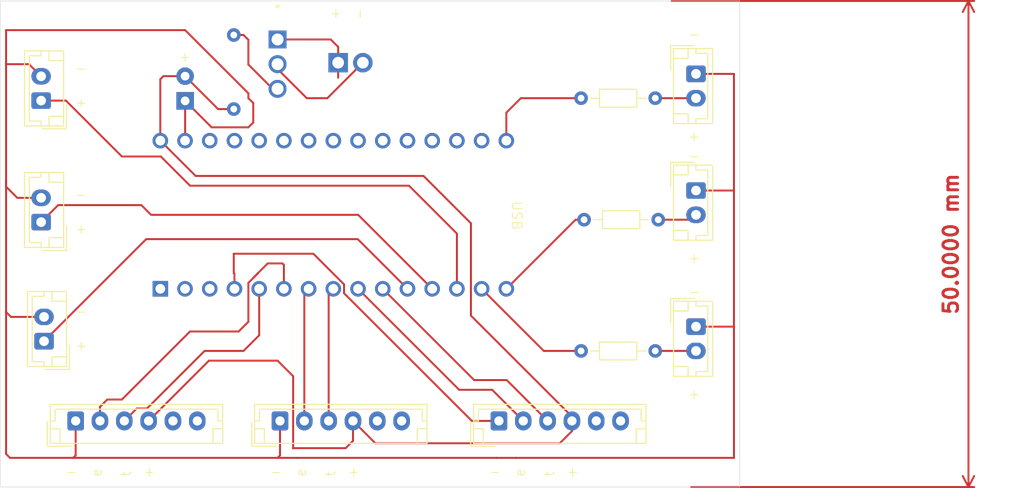
<source format=kicad_pcb>
(kicad_pcb (version 20241010) (generator "pcbnew") (generator_version "8.99")
  (layers (0 "F.Cu" signal) (2 "B.Cu" signal) (13 "F.Paste" user) (15 "B.Paste" user) (5 "F.SilkS" user "F.Silkscreen") (7 "B.SilkS" user "B.Silkscreen") (1 "F.Mask" user) (3 "B.Mask" user) (25 "Edge.Cuts" user))
  (net 0 "")
  (net 2 "Net-(A1-D5)")
  (net 4 "Net-(A1-D2)")
  (net 8 "Net-(A1-D10)")
  (net 9 "Net-(A1-D12)")
  (net 11 "Net-(A1-D8)")
  (net 13 "+5V")
  (net 15 "Net-(A1-D6)")
  (net 18 "Net-(A1-D4)")
  (net 19 "Net-(A1-D3)")
  (net 21 "Net-(A1-D7)")
  (net 22 "Net-(A1-D11)")
  (net 24 "GND")
  (net 27 "Net-(A1-D9)")
  (net 29 "Net-(A1-D13)")
  (net 30 "Net-(J5-Pin_2)")
  (net 31 "Net-(J6-Pin_2)")
  (net 32 "Net-(J7-Pin_2)")
  (net 33 "Net-(J2-Pin_2)")
  (net 34 "Net-(J2-Pin_1)")
  (net 35 "Net-(Q1-S)")
  (footprint "Resistor_THT:R_Axial_DIN0204_L3.6mm_D1.6mm_P7.62mm_Horizontal" (layer "F.Cu") (at 209.69 62)
    (property "Reference" "R1" (hide yes))
    (property "Value" "R")
    (fp_line (start 0.94 0) (end 1.89 0) (stroke (width 0.12)) (layer "F.SilkS"))
    (fp_line (start 1.89 -0.92) (end 1.89 0.92) (stroke (width 0.12)) (layer "F.SilkS"))
    (fp_line (start 1.89 0.92) (end 5.73 0.92) (stroke (width 0.12)) (layer "F.SilkS"))
    (fp_line (start 5.73 -0.92) (end 1.89 -0.92) (stroke (width 0.12)) (layer "F.SilkS"))
    (fp_line (start 5.73 0.92) (end 5.73 -0.92) (stroke (width 0.12)) (layer "F.SilkS"))
    (fp_line (start 6.68 0) (end 5.73 0) (stroke (width 0.12)) (layer "F.SilkS"))
    (pad "1" thru_hole circle (at 0 0) (size 1.4 1.4) (drill 0.7) (layers "*.Cu" "*.Mask") (net 29 "Net-(A1-D13)"))
    (pad "2" thru_hole oval (at 7.62 0) (size 1.4 1.4) (drill 0.7) (layers "*.Cu" "*.Mask") (net 30 "Net-(J5-Pin_2)"))
  )
  (footprint "pfet:TO254P1054X469X1930-3" (layer "F.Cu") (at 179.3105 58.5 -90)
    (property "Reference" "Q1" (hide yes))
    (property "Value" "PMOS" (hide yes))
    (fp_circle (center -5.94 0.8105) (end -5.84 0.8105) (stroke (width 0.2)) (fill none) (layer "F.SilkS"))
    (pad "1" thru_hole rect (at -2.54 0.8105 270) (size 1.845 1.845) (drill 1.23) (layers "*.Cu" "*.Mask") (net 34 "Net-(J2-Pin_1)"))
    (pad "2" thru_hole circle (at 0 0.8105 270) (size 1.845 1.845) (drill 1.23) (layers "*.Cu" "*.Mask") (net 33 "Net-(J2-Pin_2)"))
    (pad "3" thru_hole circle (at 2.54 0.8105 270) (size 1.845 1.845) (drill 1.23) (layers "*.Cu" "*.Mask") (net 35 "Net-(Q1-S)"))
  )
  (footprint "Connector_JST:JST_EH_B2B-EH-A_1x02_P2.50mm_Vertical" (layer "F.Cu") (at 154.2 62.25 90)
    (property "Reference" "J1" (hide yes))
    (property "Value" "Conn_01x02_Pin" (hide yes))
    (fp_line (start 5.11 -1.71) (end -2.61 -1.71) (stroke (width 0.12)) (layer "F.SilkS"))
    (fp_line (start -2.61 -1.71) (end -2.61 2.31) (stroke (width 0.12)) (layer "F.SilkS"))
    (fp_line (start 4.61 -1.21) (end 4.61 0) (stroke (width 0.12)) (layer "F.SilkS"))
    (fp_line (start -2.11 -1.21) (end 4.61 -1.21) (stroke (width 0.12)) (layer "F.SilkS"))
    (fp_line (start 4.61 0) (end 5.11 0) (stroke (width 0.12)) (layer "F.SilkS"))
    (fp_line (start -2.11 0) (end -2.11 -1.21) (stroke (width 0.12)) (layer "F.SilkS"))
    (fp_line (start -2.61 0) (end -2.11 0) (stroke (width 0.12)) (layer "F.SilkS"))
    (fp_line (start -2.91 0.11) (end -2.91 2.61) (stroke (width 0.12)) (layer "F.SilkS"))
    (fp_line (start 5.11 0.81) (end 4.11 0.81) (stroke (width 0.12)) (layer "F.SilkS"))
    (fp_line (start 4.11 0.81) (end 4.11 2.31) (stroke (width 0.12)) (layer "F.SilkS"))
    (fp_line (start -1.61 0.81) (end -1.61 2.31) (stroke (width 0.12)) (layer "F.SilkS"))
    (fp_line (start -2.61 0.81) (end -1.61 0.81) (stroke (width 0.12)) (layer "F.SilkS"))
    (fp_line (start 5.11 2.31) (end 5.11 -1.71) (stroke (width 0.12)) (layer "F.SilkS"))
    (fp_line (start -2.61 2.31) (end 5.11 2.31) (stroke (width 0.12)) (layer "F.SilkS"))
    (fp_line (start -2.91 2.61) (end -0.41 2.61) (stroke (width 0.12)) (layer "F.SilkS"))
    (pad "1" thru_hole roundrect (at 0 0 90) (size 1.7 2) (drill 1) (layers "*.Cu" "*.Mask") (roundrect_rratio 0.147059) (net 8 "Net-(A1-D10)"))
    (pad "2" thru_hole oval (at 2.5 0 90) (size 1.7 2) (drill 1) (layers "*.Cu" "*.Mask") (net 24 "GND"))
  )
  (footprint "Resistor_THT:R_Axial_DIN0204_L3.6mm_D1.6mm_P7.62mm_Horizontal" (layer "F.Cu") (at 209.69 88)
    (property "Reference" "R3" (hide yes))
    (property "Value" "R")
    (fp_line (start 0.94 0) (end 1.89 0) (stroke (width 0.12)) (layer "F.SilkS"))
    (fp_line (start 1.89 -0.92) (end 1.89 0.92) (stroke (width 0.12)) (layer "F.SilkS"))
    (fp_line (start 1.89 0.92) (end 5.73 0.92) (stroke (width 0.12)) (layer "F.SilkS"))
    (fp_line (start 5.73 -0.92) (end 1.89 -0.92) (stroke (width 0.12)) (layer "F.SilkS"))
    (fp_line (start 5.73 0.92) (end 5.73 -0.92) (stroke (width 0.12)) (layer "F.SilkS"))
    (fp_line (start 6.68 0) (end 5.73 0) (stroke (width 0.12)) (layer "F.SilkS"))
    (pad "1" thru_hole circle (at 0 0) (size 1.4 1.4) (drill 0.7) (layers "*.Cu" "*.Mask") (net 22 "Net-(A1-D11)"))
    (pad "2" thru_hole oval (at 7.62 0) (size 1.4 1.4) (drill 0.7) (layers "*.Cu" "*.Mask") (net 32 "Net-(J7-Pin_2)"))
  )
  (footprint "TerminalBlock:TerminalBlock_Xinya_XY308-2.54-2P_1x02_P2.54mm_Horizontal" (layer "F.Cu") (at 184.725 58.35)
    (property "Reference" "J2" (hide yes))
    (property "Value" "Screw_Terminal_01x02" (hide yes))
    (pad "1" thru_hole rect (at 0 0) (size 2 2) (drill 1.2) (layers "*.Cu" "*.Mask") (net 34 "Net-(J2-Pin_1)"))
    (pad "2" thru_hole circle (at 2.54 0) (size 2 2) (drill 1.2) (layers "*.Cu" "*.Mask") (net 33 "Net-(J2-Pin_2)"))
  )
  (footprint "Connector_JST:JST_EH_B6B-EH-A_1x06_P2.50mm_Vertical" (layer "F.Cu") (at 201.25 95.2)
    (property "Reference" "J10" (hide yes))
    (property "Value" "Conn_01x04_Pin" (hide yes))
    (fp_line (start -2.91 0.11) (end -2.91 2.61) (stroke (width 0.12)) (layer "F.SilkS"))
    (fp_line (start -2.91 2.61) (end -0.41 2.61) (stroke (width 0.12)) (layer "F.SilkS"))
    (fp_line (start -2.61 -1.71) (end -2.61 2.31) (stroke (width 0.12)) (layer "F.SilkS"))
    (fp_line (start -2.61 0) (end -2.11 0) (stroke (width 0.12)) (layer "F.SilkS"))
    (fp_line (start -2.61 0.81) (end -1.61 0.81) (stroke (width 0.12)) (layer "F.SilkS"))
    (fp_line (start -2.61 2.31) (end 15.11 2.31) (stroke (width 0.12)) (layer "F.SilkS"))
    (fp_line (start -2.11 -1.21) (end 14.61 -1.21) (stroke (width 0.12)) (layer "F.SilkS"))
    (fp_line (start -2.11 0) (end -2.11 -1.21) (stroke (width 0.12)) (layer "F.SilkS"))
    (fp_line (start -1.61 0.81) (end -1.61 2.31) (stroke (width 0.12)) (layer "F.SilkS"))
    (fp_line (start 14.11 0.81) (end 14.11 2.31) (stroke (width 0.12)) (layer "F.SilkS"))
    (fp_line (start 14.61 -1.21) (end 14.61 0) (stroke (width 0.12)) (layer "F.SilkS"))
    (fp_line (start 14.61 0) (end 15.11 0) (stroke (width 0.12)) (layer "F.SilkS"))
    (fp_line (start 15.11 -1.71) (end -2.61 -1.71) (stroke (width 0.12)) (layer "F.SilkS"))
    (fp_line (start 15.11 0.81) (end 14.11 0.81) (stroke (width 0.12)) (layer "F.SilkS"))
    (fp_line (start 15.11 2.31) (end 15.11 -1.71) (stroke (width 0.12)) (layer "F.SilkS"))
    (pad "1" thru_hole roundrect (at 0 0) (size 1.7 1.95) (drill 0.95) (layers "*.Cu" "*.Mask") (roundrect_rratio 0.147059) (net 24 "GND"))
    (pad "2" thru_hole oval (at 2.5 0) (size 1.7 1.95) (drill 0.95) (layers "*.Cu" "*.Mask") (net 15 "Net-(A1-D6)"))
    (pad "3" thru_hole oval (at 5 0) (size 1.7 1.95) (drill 0.95) (layers "*.Cu" "*.Mask") (net 21 "Net-(A1-D7)"))
    (pad "4" thru_hole oval (at 7.5 0) (size 1.7 1.95) (drill 0.95) (layers "*.Cu" "*.Mask") (net 13 "+5V"))
    (pad "5" thru_hole oval (at 10 0) (size 1.7 1.95) (drill 0.95) (layers "*.Cu" "*.Mask"))
    (pad "6" thru_hole oval (at 12.5 0) (size 1.7 1.95) (drill 0.95) (layers "*.Cu" "*.Mask"))
  )
  (footprint "Connector_JST:JST_EH_B6B-EH-A_1x06_P2.50mm_Vertical" (layer "F.Cu") (at 178.75 95.2)
    (property "Reference" "J9" (hide yes))
    (property "Value" "Conn_01x04_Pin" (hide yes))
    (fp_line (start -2.91 0.11) (end -2.91 2.61) (stroke (width 0.12)) (layer "F.SilkS"))
    (fp_line (start -2.91 2.61) (end -0.41 2.61) (stroke (width 0.12)) (layer "F.SilkS"))
    (fp_line (start -2.61 -1.71) (end -2.61 2.31) (stroke (width 0.12)) (layer "F.SilkS"))
    (fp_line (start -2.61 0) (end -2.11 0) (stroke (width 0.12)) (layer "F.SilkS"))
    (fp_line (start -2.61 0.81) (end -1.61 0.81) (stroke (width 0.12)) (layer "F.SilkS"))
    (fp_line (start -2.61 2.31) (end 15.11 2.31) (stroke (width 0.12)) (layer "F.SilkS"))
    (fp_line (start -2.11 -1.21) (end 14.61 -1.21) (stroke (width 0.12)) (layer "F.SilkS"))
    (fp_line (start -2.11 0) (end -2.11 -1.21) (stroke (width 0.12)) (layer "F.SilkS"))
    (fp_line (start -1.61 0.81) (end -1.61 2.31) (stroke (width 0.12)) (layer "F.SilkS"))
    (fp_line (start 14.11 0.81) (end 14.11 2.31) (stroke (width 0.12)) (layer "F.SilkS"))
    (fp_line (start 14.61 -1.21) (end 14.61 0) (stroke (width 0.12)) (layer "F.SilkS"))
    (fp_line (start 14.61 0) (end 15.11 0) (stroke (width 0.12)) (layer "F.SilkS"))
    (fp_line (start 15.11 -1.71) (end -2.61 -1.71) (stroke (width 0.12)) (layer "F.SilkS"))
    (fp_line (start 15.11 0.81) (end 14.11 0.81) (stroke (width 0.12)) (layer "F.SilkS"))
    (fp_line (start 15.11 2.31) (end 15.11 -1.71) (stroke (width 0.12)) (layer "F.SilkS"))
    (pad "1" thru_hole roundrect (at 0 0) (size 1.7 1.95) (drill 0.95) (layers "*.Cu" "*.Mask") (roundrect_rratio 0.147059) (net 24 "GND"))
    (pad "2" thru_hole oval (at 2.5 0) (size 1.7 1.95) (drill 0.95) (layers "*.Cu" "*.Mask") (net 18 "Net-(A1-D4)"))
    (pad "3" thru_hole oval (at 5 0) (size 1.7 1.95) (drill 0.95) (layers "*.Cu" "*.Mask") (net 2 "Net-(A1-D5)"))
    (pad "4" thru_hole oval (at 7.5 0) (size 1.7 1.95) (drill 0.95) (layers "*.Cu" "*.Mask") (net 13 "+5V"))
    (pad "5" thru_hole oval (at 10 0) (size 1.7 1.95) (drill 0.95) (layers "*.Cu" "*.Mask"))
    (pad "6" thru_hole oval (at 12.5 0) (size 1.7 1.95) (drill 0.95) (layers "*.Cu" "*.Mask"))
  )
  (footprint "Resistor_THT:R_Axial_DIN0204_L3.6mm_D1.6mm_P7.62mm_Horizontal" (layer "F.Cu") (at 174 55.5 -90)
    (property "Reference" "R4" (hide yes))
    (property "Value" "R" (hide yes))
    (pad "1" thru_hole circle (at 0 0 270) (size 1.4 1.4) (drill 0.7) (layers "*.Cu" "*.Mask") (net 35 "Net-(Q1-S)"))
    (pad "2" thru_hole oval (at 7.62 0 270) (size 1.4 1.4) (drill 0.7) (layers "*.Cu" "*.Mask") (net 13 "+5V"))
  )
  (footprint "Connector_JST:JST_EH_B2B-EH-A_1x02_P2.50mm_Vertical" (layer "F.Cu") (at 154.2 74.75 90)
    (property "Reference" "J3" (hide yes))
    (property "Value" "Conn_01x02_Pin" (hide yes))
    (fp_line (start 5.11 -1.71) (end -2.61 -1.71) (stroke (width 0.12)) (layer "F.SilkS"))
    (fp_line (start -2.61 -1.71) (end -2.61 2.31) (stroke (width 0.12)) (layer "F.SilkS"))
    (fp_line (start 4.61 -1.21) (end 4.61 0) (stroke (width 0.12)) (layer "F.SilkS"))
    (fp_line (start -2.11 -1.21) (end 4.61 -1.21) (stroke (width 0.12)) (layer "F.SilkS"))
    (fp_line (start 4.61 0) (end 5.11 0) (stroke (width 0.12)) (layer "F.SilkS"))
    (fp_line (start -2.11 0) (end -2.11 -1.21) (stroke (width 0.12)) (layer "F.SilkS"))
    (fp_line (start -2.61 0) (end -2.11 0) (stroke (width 0.12)) (layer "F.SilkS"))
    (fp_line (start -2.91 0.11) (end -2.91 2.61) (stroke (width 0.12)) (layer "F.SilkS"))
    (fp_line (start 5.11 0.81) (end 4.11 0.81) (stroke (width 0.12)) (layer "F.SilkS"))
    (fp_line (start 4.11 0.81) (end 4.11 2.31) (stroke (width 0.12)) (layer "F.SilkS"))
    (fp_line (start -1.61 0.81) (end -1.61 2.31) (stroke (width 0.12)) (layer "F.SilkS"))
    (fp_line (start -2.61 0.81) (end -1.61 0.81) (stroke (width 0.12)) (layer "F.SilkS"))
    (fp_line (start 5.11 2.31) (end 5.11 -1.71) (stroke (width 0.12)) (layer "F.SilkS"))
    (fp_line (start -2.61 2.31) (end 5.11 2.31) (stroke (width 0.12)) (layer "F.SilkS"))
    (fp_line (start -2.91 2.61) (end -0.41 2.61) (stroke (width 0.12)) (layer "F.SilkS"))
    (pad "1" thru_hole roundrect (at 0 0 90) (size 1.7 2) (drill 1) (layers "*.Cu" "*.Mask") (roundrect_rratio 0.147059) (net 27 "Net-(A1-D9)"))
    (pad "2" thru_hole oval (at 2.5 0 90) (size 1.7 2) (drill 1) (layers "*.Cu" "*.Mask") (net 24 "GND"))
  )
  (footprint "LED_THT:LED_D2.0mm_W4.8mm_H2.5mm_FlatTop" (layer "F.Cu") (at 169 62.275 90)
    (property "Reference" "D1" (hide yes))
    (property "Value" "LED" (hide yes))
    (pad "1" thru_hole rect (at 0 0 90) (size 1.8 1.8) (drill 0.9) (layers "*.Cu" "*.Mask") (net 24 "GND"))
    (pad "2" thru_hole circle (at 2.54 0 90) (size 1.8 1.8) (drill 0.9) (layers "*.Cu" "*.Mask") (net 13 "+5V"))
  )
  (footprint "Connector_JST:JST_EH_B2B-EH-A_1x02_P2.50mm_Vertical" (layer "F.Cu") (at 221.5 59.5 -90)
    (property "Reference" "J5" (hide yes))
    (property "Value" "Conn_01x02_Pin" (hide yes))
    (fp_line (start -2.91 2.61) (end -0.41 2.61) (stroke (width 0.12)) (layer "F.SilkS"))
    (fp_line (start -2.61 2.31) (end 5.11 2.31) (stroke (width 0.12)) (layer "F.SilkS"))
    (fp_line (start 5.11 2.31) (end 5.11 -1.71) (stroke (width 0.12)) (layer "F.SilkS"))
    (fp_line (start -2.61 0.81) (end -1.61 0.81) (stroke (width 0.12)) (layer "F.SilkS"))
    (fp_line (start -1.61 0.81) (end -1.61 2.31) (stroke (width 0.12)) (layer "F.SilkS"))
    (fp_line (start 4.11 0.81) (end 4.11 2.31) (stroke (width 0.12)) (layer "F.SilkS"))
    (fp_line (start 5.11 0.81) (end 4.11 0.81) (stroke (width 0.12)) (layer "F.SilkS"))
    (fp_line (start -2.91 0.11) (end -2.91 2.61) (stroke (width 0.12)) (layer "F.SilkS"))
    (fp_line (start -2.61 0) (end -2.11 0) (stroke (width 0.12)) (layer "F.SilkS"))
    (fp_line (start -2.11 0) (end -2.11 -1.21) (stroke (width 0.12)) (layer "F.SilkS"))
    (fp_line (start 4.61 0) (end 5.11 0) (stroke (width 0.12)) (layer "F.SilkS"))
    (fp_line (start -2.11 -1.21) (end 4.61 -1.21) (stroke (width 0.12)) (layer "F.SilkS"))
    (fp_line (start 4.61 -1.21) (end 4.61 0) (stroke (width 0.12)) (layer "F.SilkS"))
    (fp_line (start -2.61 -1.71) (end -2.61 2.31) (stroke (width 0.12)) (layer "F.SilkS"))
    (fp_line (start 5.11 -1.71) (end -2.61 -1.71) (stroke (width 0.12)) (layer "F.SilkS"))
    (pad "1" thru_hole roundrect (at 0 0 270) (size 1.7 2) (drill 1) (layers "*.Cu" "*.Mask") (roundrect_rratio 0.147059) (net 24 "GND"))
    (pad "2" thru_hole oval (at 2.5 0 270) (size 1.7 2) (drill 1) (layers "*.Cu" "*.Mask") (net 30 "Net-(J5-Pin_2)"))
  )
  (footprint "Connector_JST:JST_EH_B2B-EH-A_1x02_P2.50mm_Vertical" (layer "F.Cu") (at 221.5 71.5 -90)
    (property "Reference" "J6" (hide yes))
    (property "Value" "Conn_01x02_Pin" (hide yes))
    (fp_line (start -2.91 2.61) (end -0.41 2.61) (stroke (width 0.12)) (layer "F.SilkS"))
    (fp_line (start -2.61 2.31) (end 5.11 2.31) (stroke (width 0.12)) (layer "F.SilkS"))
    (fp_line (start 5.11 2.31) (end 5.11 -1.71) (stroke (width 0.12)) (layer "F.SilkS"))
    (fp_line (start -2.61 0.81) (end -1.61 0.81) (stroke (width 0.12)) (layer "F.SilkS"))
    (fp_line (start -1.61 0.81) (end -1.61 2.31) (stroke (width 0.12)) (layer "F.SilkS"))
    (fp_line (start 4.11 0.81) (end 4.11 2.31) (stroke (width 0.12)) (layer "F.SilkS"))
    (fp_line (start 5.11 0.81) (end 4.11 0.81) (stroke (width 0.12)) (layer "F.SilkS"))
    (fp_line (start -2.91 0.11) (end -2.91 2.61) (stroke (width 0.12)) (layer "F.SilkS"))
    (fp_line (start -2.61 0) (end -2.11 0) (stroke (width 0.12)) (layer "F.SilkS"))
    (fp_line (start -2.11 0) (end -2.11 -1.21) (stroke (width 0.12)) (layer "F.SilkS"))
    (fp_line (start 4.61 0) (end 5.11 0) (stroke (width 0.12)) (layer "F.SilkS"))
    (fp_line (start -2.11 -1.21) (end 4.61 -1.21) (stroke (width 0.12)) (layer "F.SilkS"))
    (fp_line (start 4.61 -1.21) (end 4.61 0) (stroke (width 0.12)) (layer "F.SilkS"))
    (fp_line (start -2.61 -1.71) (end -2.61 2.31) (stroke (width 0.12)) (layer "F.SilkS"))
    (fp_line (start 5.11 -1.71) (end -2.61 -1.71) (stroke (width 0.12)) (layer "F.SilkS"))
    (pad "1" thru_hole roundrect (at 0 0 270) (size 1.7 2) (drill 1) (layers "*.Cu" "*.Mask") (roundrect_rratio 0.147059) (net 24 "GND"))
    (pad "2" thru_hole oval (at 2.5 0 270) (size 1.7 2) (drill 1) (layers "*.Cu" "*.Mask") (net 31 "Net-(J6-Pin_2)"))
  )
  (footprint "Connector_JST:JST_EH_B6B-EH-A_1x06_P2.50mm_Vertical" (layer "F.Cu") (at 157.75 95.2)
    (property "Reference" "J8" (hide yes))
    (property "Value" "Conn_01x04_Pin" (hide yes))
    (fp_line (start -2.91 0.11) (end -2.91 2.61) (stroke (width 0.12)) (layer "F.SilkS"))
    (fp_line (start -2.91 2.61) (end -0.41 2.61) (stroke (width 0.12)) (layer "F.SilkS"))
    (fp_line (start -2.61 -1.71) (end -2.61 2.31) (stroke (width 0.12)) (layer "F.SilkS"))
    (fp_line (start -2.61 0) (end -2.11 0) (stroke (width 0.12)) (layer "F.SilkS"))
    (fp_line (start -2.61 0.81) (end -1.61 0.81) (stroke (width 0.12)) (layer "F.SilkS"))
    (fp_line (start -2.61 2.31) (end 15.11 2.31) (stroke (width 0.12)) (layer "F.SilkS"))
    (fp_line (start -2.11 -1.21) (end 14.61 -1.21) (stroke (width 0.12)) (layer "F.SilkS"))
    (fp_line (start -2.11 0) (end -2.11 -1.21) (stroke (width 0.12)) (layer "F.SilkS"))
    (fp_line (start -1.61 0.81) (end -1.61 2.31) (stroke (width 0.12)) (layer "F.SilkS"))
    (fp_line (start 14.11 0.81) (end 14.11 2.31) (stroke (width 0.12)) (layer "F.SilkS"))
    (fp_line (start 14.61 -1.21) (end 14.61 0) (stroke (width 0.12)) (layer "F.SilkS"))
    (fp_line (start 14.61 0) (end 15.11 0) (stroke (width 0.12)) (layer "F.SilkS"))
    (fp_line (start 15.11 -1.71) (end -2.61 -1.71) (stroke (width 0.12)) (layer "F.SilkS"))
    (fp_line (start 15.11 0.81) (end 14.11 0.81) (stroke (width 0.12)) (layer "F.SilkS"))
    (fp_line (start 15.11 2.31) (end 15.11 -1.71) (stroke (width 0.12)) (layer "F.SilkS"))
    (pad "1" thru_hole roundrect (at 0 0) (size 1.7 1.95) (drill 0.95) (layers "*.Cu" "*.Mask") (roundrect_rratio 0.147059) (net 24 "GND"))
    (pad "2" thru_hole oval (at 2.5 0) (size 1.7 1.95) (drill 0.95) (layers "*.Cu" "*.Mask") (net 19 "Net-(A1-D3)"))
    (pad "3" thru_hole oval (at 5 0) (size 1.7 1.95) (drill 0.95) (layers "*.Cu" "*.Mask") (net 4 "Net-(A1-D2)"))
    (pad "4" thru_hole oval (at 7.5 0) (size 1.7 1.95) (drill 0.95) (layers "*.Cu" "*.Mask") (net 13 "+5V"))
    (pad "5" thru_hole oval (at 10 0) (size 1.7 1.95) (drill 0.95) (layers "*.Cu" "*.Mask"))
    (pad "6" thru_hole oval (at 12.5 0) (size 1.7 1.95) (drill 0.95) (layers "*.Cu" "*.Mask"))
  )
  (footprint "Resistor_THT:R_Axial_DIN0204_L3.6mm_D1.6mm_P7.62mm_Horizontal" (layer "F.Cu") (at 210 74.5)
    (property "Reference" "R2" (hide yes))
    (property "Value" "R")
    (fp_line (start 0.94 0) (end 1.89 0) (stroke (width 0.12)) (layer "F.SilkS"))
    (fp_line (start 1.89 -0.92) (end 1.89 0.92) (stroke (width 0.12)) (layer "F.SilkS"))
    (fp_line (start 1.89 0.92) (end 5.73 0.92) (stroke (width 0.12)) (layer "F.SilkS"))
    (fp_line (start 5.73 -0.92) (end 1.89 -0.92) (stroke (width 0.12)) (layer "F.SilkS"))
    (fp_line (start 5.73 0.92) (end 5.73 -0.92) (stroke (width 0.12)) (layer "F.SilkS"))
    (fp_line (start 6.68 0) (end 5.73 0) (stroke (width 0.12)) (layer "F.SilkS"))
    (pad "1" thru_hole circle (at 0 0) (size 1.4 1.4) (drill 0.7) (layers "*.Cu" "*.Mask") (net 9 "Net-(A1-D12)"))
    (pad "2" thru_hole oval (at 7.62 0) (size 1.4 1.4) (drill 0.7) (layers "*.Cu" "*.Mask") (net 31 "Net-(J6-Pin_2)"))
  )
  (footprint "Connector_JST:JST_EH_B2B-EH-A_1x02_P2.50mm_Vertical" (layer "F.Cu") (at 221.5 85.5 -90)
    (property "Reference" "J7" (hide yes))
    (property "Value" "Conn_01x02_Pin" (hide yes))
    (fp_line (start -2.91 2.61) (end -0.41 2.61) (stroke (width 0.12)) (layer "F.SilkS"))
    (fp_line (start -2.61 2.31) (end 5.11 2.31) (stroke (width 0.12)) (layer "F.SilkS"))
    (fp_line (start 5.11 2.31) (end 5.11 -1.71) (stroke (width 0.12)) (layer "F.SilkS"))
    (fp_line (start -2.61 0.81) (end -1.61 0.81) (stroke (width 0.12)) (layer "F.SilkS"))
    (fp_line (start -1.61 0.81) (end -1.61 2.31) (stroke (width 0.12)) (layer "F.SilkS"))
    (fp_line (start 4.11 0.81) (end 4.11 2.31) (stroke (width 0.12)) (layer "F.SilkS"))
    (fp_line (start 5.11 0.81) (end 4.11 0.81) (stroke (width 0.12)) (layer "F.SilkS"))
    (fp_line (start -2.91 0.11) (end -2.91 2.61) (stroke (width 0.12)) (layer "F.SilkS"))
    (fp_line (start -2.61 0) (end -2.11 0) (stroke (width 0.12)) (layer "F.SilkS"))
    (fp_line (start -2.11 0) (end -2.11 -1.21) (stroke (width 0.12)) (layer "F.SilkS"))
    (fp_line (start 4.61 0) (end 5.11 0) (stroke (width 0.12)) (layer "F.SilkS"))
    (fp_line (start -2.11 -1.21) (end 4.61 -1.21) (stroke (width 0.12)) (layer "F.SilkS"))
    (fp_line (start 4.61 -1.21) (end 4.61 0) (stroke (width 0.12)) (layer "F.SilkS"))
    (fp_line (start -2.61 -1.71) (end -2.61 2.31) (stroke (width 0.12)) (layer "F.SilkS"))
    (fp_line (start 5.11 -1.71) (end -2.61 -1.71) (stroke (width 0.12)) (layer "F.SilkS"))
    (pad "1" thru_hole roundrect (at 0 0 270) (size 1.7 2) (drill 1) (layers "*.Cu" "*.Mask") (roundrect_rratio 0.147059) (net 24 "GND"))
    (pad "2" thru_hole oval (at 2.5 0 270) (size 1.7 2) (drill 1) (layers "*.Cu" "*.Mask") (net 32 "Net-(J7-Pin_2)"))
  )
  (footprint "Connector_JST:JST_EH_B2B-EH-A_1x02_P2.50mm_Vertical" (layer "F.Cu") (at 154.5 87 90)
    (property "Reference" "J4" (hide yes))
    (property "Value" "Conn_01x02_Pin" (hide yes))
    (fp_line (start 5.11 -1.71) (end -2.61 -1.71) (stroke (width 0.12)) (layer "F.SilkS"))
    (fp_line (start -2.61 -1.71) (end -2.61 2.31) (stroke (width 0.12)) (layer "F.SilkS"))
    (fp_line (start 4.61 -1.21) (end 4.61 0) (stroke (width 0.12)) (layer "F.SilkS"))
    (fp_line (start -2.11 -1.21) (end 4.61 -1.21) (stroke (width 0.12)) (layer "F.SilkS"))
    (fp_line (start 4.61 0) (end 5.11 0) (stroke (width 0.12)) (layer "F.SilkS"))
    (fp_line (start -2.11 0) (end -2.11 -1.21) (stroke (width 0.12)) (layer "F.SilkS"))
    (fp_line (start -2.61 0) (end -2.11 0) (stroke (width 0.12)) (layer "F.SilkS"))
    (fp_line (start -2.91 0.11) (end -2.91 2.61) (stroke (width 0.12)) (layer "F.SilkS"))
    (fp_line (start 5.11 0.81) (end 4.11 0.81) (stroke (width 0.12)) (layer "F.SilkS"))
    (fp_line (start 4.11 0.81) (end 4.11 2.31) (stroke (width 0.12)) (layer "F.SilkS"))
    (fp_line (start -1.61 0.81) (end -1.61 2.31) (stroke (width 0.12)) (layer "F.SilkS"))
    (fp_line (start -2.61 0.81) (end -1.61 0.81) (stroke (width 0.12)) (layer "F.SilkS"))
    (fp_line (start 5.11 2.31) (end 5.11 -1.71) (stroke (width 0.12)) (layer "F.SilkS"))
    (fp_line (start -2.61 2.31) (end 5.11 2.31) (stroke (width 0.12)) (layer "F.SilkS"))
    (fp_line (start -2.91 2.61) (end -0.41 2.61) (stroke (width 0.12)) (layer "F.SilkS"))
    (pad "1" thru_hole roundrect (at 0 0 90) (size 1.7 2) (drill 1) (layers "*.Cu" "*.Mask") (roundrect_rratio 0.147059) (net 11 "Net-(A1-D8)"))
    (pad "2" thru_hole oval (at 2.5 0 90) (size 1.7 2) (drill 1) (layers "*.Cu" "*.Mask") (net 24 "GND"))
  )
  (footprint "Module:Arduino_Nano" (layer "F.Cu") (at 166.45 81.61 90)
    (property "Reference" "A1" (hide yes))
    (property "Value" "Arduino_Nano_v3.x" (hide yes))
    (pad "1" thru_hole rect (at 0 0 90) (size 1.6 1.6) (drill 1) (layers "*.Cu" "*.Mask"))
    (pad "2" thru_hole oval (at 0 2.54 90) (size 1.6 1.6) (drill 1) (layers "*.Cu" "*.Mask"))
    (pad "3" thru_hole oval (at 0 5.08 90) (size 1.6 1.6) (drill 1) (layers "*.Cu" "*.Mask"))
    (pad "4" thru_hole oval (at 0 7.62 90) (size 1.6 1.6) (drill 1) (layers "*.Cu" "*.Mask") (net 24 "GND"))
    (pad "5" thru_hole oval (at 0 10.16 90) (size 1.6 1.6) (drill 1) (layers "*.Cu" "*.Mask") (net 4 "Net-(A1-D2)"))
    (pad "6" thru_hole oval (at 0 12.7 90) (size 1.6 1.6) (drill 1) (layers "*.Cu" "*.Mask") (net 19 "Net-(A1-D3)"))
    (pad "7" thru_hole oval (at 0 15.24 90) (size 1.6 1.6) (drill 1) (layers "*.Cu" "*.Mask") (net 18 "Net-(A1-D4)"))
    (pad "8" thru_hole oval (at 0 17.78 90) (size 1.6 1.6) (drill 1) (layers "*.Cu" "*.Mask") (net 2 "Net-(A1-D5)"))
    (pad "9" thru_hole oval (at 0 20.32 90) (size 1.6 1.6) (drill 1) (layers "*.Cu" "*.Mask") (net 15 "Net-(A1-D6)"))
    (pad "10" thru_hole oval (at 0 22.86 90) (size 1.6 1.6) (drill 1) (layers "*.Cu" "*.Mask") (net 21 "Net-(A1-D7)"))
    (pad "11" thru_hole oval (at 0 25.4 90) (size 1.6 1.6) (drill 1) (layers "*.Cu" "*.Mask") (net 11 "Net-(A1-D8)"))
    (pad "12" thru_hole oval (at 0 27.94 90) (size 1.6 1.6) (drill 1) (layers "*.Cu" "*.Mask") (net 27 "Net-(A1-D9)"))
    (pad "13" thru_hole oval (at 0 30.48 90) (size 1.6 1.6) (drill 1) (layers "*.Cu" "*.Mask") (net 8 "Net-(A1-D10)"))
    (pad "14" thru_hole oval (at 0 33.02 90) (size 1.6 1.6) (drill 1) (layers "*.Cu" "*.Mask") (net 22 "Net-(A1-D11)"))
    (pad "15" thru_hole oval (at 0 35.56 90) (size 1.6 1.6) (drill 1) (layers "*.Cu" "*.Mask") (net 9 "Net-(A1-D12)"))
    (pad "16" thru_hole oval (at 15.24 35.56 90) (size 1.6 1.6) (drill 1) (layers "*.Cu" "*.Mask") (net 29 "Net-(A1-D13)"))
    (pad "17" thru_hole oval (at 15.24 33.02 90) (size 1.6 1.6) (drill 1) (layers "*.Cu" "*.Mask"))
    (pad "18" thru_hole oval (at 15.24 30.48 90) (size 1.6 1.6) (drill 1) (layers "*.Cu" "*.Mask"))
    (pad "19" thru_hole oval (at 15.24 27.94 90) (size 1.6 1.6) (drill 1) (layers "*.Cu" "*.Mask"))
    (pad "20" thru_hole oval (at 15.24 25.4 90) (size 1.6 1.6) (drill 1) (layers "*.Cu" "*.Mask"))
    (pad "21" thru_hole oval (at 15.24 22.86 90) (size 1.6 1.6) (drill 1) (layers "*.Cu" "*.Mask"))
    (pad "22" thru_hole oval (at 15.24 20.32 90) (size 1.6 1.6) (drill 1) (layers "*.Cu" "*.Mask"))
    (pad "23" thru_hole oval (at 15.24 17.78 90) (size 1.6 1.6) (drill 1) (layers "*.Cu" "*.Mask"))
    (pad "24" thru_hole oval (at 15.24 15.24 90) (size 1.6 1.6) (drill 1) (layers "*.Cu" "*.Mask"))
    (pad "25" thru_hole oval (at 15.24 12.7 90) (size 1.6 1.6) (drill 1) (layers "*.Cu" "*.Mask"))
    (pad "26" thru_hole oval (at 15.24 10.16 90) (size 1.6 1.6) (drill 1) (layers "*.Cu" "*.Mask"))
    (pad "27" thru_hole oval (at 15.24 7.62 90) (size 1.6 1.6) (drill 1) (layers "*.Cu" "*.Mask"))
    (pad "28" thru_hole oval (at 15.24 5.08 90) (size 1.6 1.6) (drill 1) (layers "*.Cu" "*.Mask"))
    (pad "29" thru_hole oval (at 15.24 2.54 90) (size 1.6 1.6) (drill 1) (layers "*.Cu" "*.Mask") (net 24 "GND"))
    (pad "30" thru_hole oval (at 15.24 0 90) (size 1.6 1.6) (drill 1) (layers "*.Cu" "*.Mask") (net 13 "+5V"))
  )
  (gr_rect (start 150 52) (end 226 102) (stroke (width 0.05)) (fill none) (layer "Edge.Cuts"))
  (gr_text "+" (at 222 78 180) (layer "F.SilkS") (effects (font (size 1 1) (thickness 0.1)) (justify left bottom)))
  (gr_text "-" (at 222 67.5 180) (layer "F.SilkS") (effects (font (size 1 1) (thickness 0.1)) (justify left bottom)))
  (gr_text "e" (at 204 101 90) (layer "F.SilkS") (effects (font (size 1 1) (thickness 0.1)) (justify left bottom)))
  (gr_text "-" (at 179 100 180) (layer "F.SilkS") (effects (font (size 1 1) (thickness 0.1)) (justify left bottom)))
  (gr_text "-" (at 159 83.5 180) (layer "F.SilkS") (effects (font (size 1 1) (thickness 0.1)) (justify left bottom)))
  (gr_text "e" (at 181.5 101 90) (layer "F.SilkS") (effects (font (size 1 1) (thickness 0.1)) (justify left bottom)))
  (gr_text "+" (at 159 87 180) (layer "F.SilkS") (effects (font (size 1 1) (thickness 0.1)) (justify left bottom)))
  (gr_text "+" (at 169.5 58.5 90) (layer "F.SilkS") (effects (font (size 1 1) (thickness 0.1)) (justify left bottom)))
  (gr_text "+" (at 159 62 180) (layer "F.SilkS") (effects (font (size 1 1) (thickness 0.1)) (justify left bottom)))
  (gr_text "e" (at 160.5 101 90) (layer "F.SilkS") (effects (font (size 1 1) (thickness 0.1)) (justify left bottom)))
  (gr_text "-" (at 201.5 100 180) (layer "F.SilkS") (effects (font (size 1 1) (thickness 0.1)) (justify left bottom)))
  (gr_text "+" (at 187 100 180) (layer "F.SilkS") (effects (font (size 1 1) (thickness 0.1)) (justify left bottom)))
  (gr_text "+" (at 209.5 100 180) (layer "F.SilkS") (effects (font (size 1 1) (thickness 0.1)) (justify left bottom)))
  (gr_text "-" (at 222 81.5 180) (layer "F.SilkS") (effects (font (size 1 1) (thickness 0.1)) (justify left bottom)))
  (gr_text "+" (at 222 65.5 180) (layer "F.SilkS") (effects (font (size 1 1) (thickness 0.1)) (justify left bottom)))
  (gr_text "t" (at 184.5 101 90) (layer "F.SilkS") (effects (font (size 1 1) (thickness 0.1)) (justify left bottom)))
  (gr_text "+" (at 222 92 180) (layer "F.SilkS") (effects (font (size 1 1) (thickness 0.1)) (justify left bottom)))
  (gr_text "-" (at 158 100 180) (layer "F.SilkS") (effects (font (size 1 1) (thickness 0.1)) (justify left bottom)))
  (gr_text "USB " (at 202.5 72.5 -90) (layer "F.SilkS") (effects (font (size 1 1) (thickness 0.1)) (justify left bottom)))
  (gr_text "t" (at 163.5 101 90) (layer "F.SilkS") (effects (font (size 1 1) (thickness 0.1)) (justify left bottom)))
  (gr_text "+" (at 185 54 90) (layer "F.SilkS") (effects (font (size 1 1) (thickness 0.1)) (justify left bottom)))
  (gr_text "-" (at 187.5 54 90) (layer "F.SilkS") (effects (font (size 1 1) (thickness 0.1)) (justify left bottom)))
  (gr_text "-" (at 159 71.5 180) (layer "F.SilkS") (effects (font (size 1 1) (thickness 0.1)) (justify left bottom)))
  (gr_text "-" (at 222 55 180) (layer "F.SilkS") (effects (font (size 1 1) (thickness 0.1)) (justify left bottom)))
  (gr_text "t" (at 207 101 90) (layer "F.SilkS") (effects (font (size 1 1) (thickness 0.1)) (justify left bottom)))
  (gr_text "-" (at 159 58.5 180) (layer "F.SilkS") (effects (font (size 1 1) (thickness 0.1)) (justify left bottom)))
  (gr_text "+" (at 159 75 180) (layer "F.SilkS") (effects (font (size 1 1) (thickness 0.1)) (justify left bottom)))
  (gr_text "+" (at 166 100 180) (layer "F.SilkS") (effects (font (size 1 1) (thickness 0.1)) (justify left bottom)))
  (dimension (type orthogonal) (layer "F.Cu") (pts (xy 218.5 52) (xy 220.5 102)) (height 31) (orientation 1) (format (prefix "") (suffix "") (units 3) (units_format 1) (precision 4)) (style (thickness 0.2) (arrow_length 1.27) (text_position_mode 0) (extension_height 0.58642) (extension_offset 0.5) keep_text_aligned) (gr_text "50.0000 mm" (at 247.7 77 90) (layer "F.Cu") (effects (font (size 1.5 1.5) (thickness 0.3)))))
  (segment (start 183.75 82.09) (end 184.23 81.61) (width 0.2) (layer "F.Cu") (net 2))
  (segment (start 183.75 95.2) (end 183.75 82.09) (width 0.2) (layer "F.Cu") (net 2))
  (segment (start 176.61 86.39) (end 176.61 81.61) (width 0.2) (layer "F.Cu") (net 4))
  (segment (start 175 88) (end 176.61 86.39) (width 0.2) (layer "F.Cu") (net 4))
  (segment (start 165.075 93.925) (end 171 88) (width 0.2) (layer "F.Cu") (net 4))
  (segment (start 171 88) (end 175 88) (width 0.2) (layer "F.Cu") (net 4))
  (segment (start 162.75 95.2) (end 164.025 93.925) (width 0.2) (layer "F.Cu") (net 4))
  (segment (start 164.025 93.925) (end 165.075 93.925) (width 0.2) (layer "F.Cu") (net 4))
  (segment (start 162.75 95.2) (end 163.02 95.2) (width 0.2) (layer "F.Cu") (net 4))
  (segment (start 156.75 62.25) (end 162.5 68) (width 0.2) (layer "F.Cu") (net 8))
  (segment (start 196.93 75.93) (end 196.93 81.61) (width 0.2) (layer "F.Cu") (net 8))
  (segment (start 192 71) (end 196.93 75.93) (width 0.2) (layer "F.Cu") (net 8))
  (segment (start 166.5 68) (end 169.5 71) (width 0.2) (layer "F.Cu") (net 8))
  (segment (start 169.5 71) (end 192 71) (width 0.2) (layer "F.Cu") (net 8))
  (segment (start 162.5 68) (end 166.5 68) (width 0.2) (layer "F.Cu") (net 8))
  (segment (start 154.2 62.25) (end 156.75 62.25) (width 0.2) (layer "F.Cu") (net 8))
  (segment (start 202.01 81.61) (end 209.12 74.5) (width 0.2) (layer "F.Cu") (net 9))
  (segment (start 209.12 74.5) (end 210 74.5) (width 0.2) (layer "F.Cu") (net 9))
  (segment (start 154.5 87) (end 165 76.5) (width 0.2) (layer "F.Cu") (net 11))
  (segment (start 165 76.5) (end 186.74 76.5) (width 0.2) (layer "F.Cu") (net 11))
  (segment (start 186.74 76.5) (end 191.85 81.61) (width 0.2) (layer "F.Cu") (net 11))
  (segment (start 186.25 97.25) (end 186.25 95.2) (width 0.2) (layer "F.Cu") (net 13))
  (segment (start 165.25 95.2) (end 171.45 89) (width 0.2) (layer "F.Cu") (net 13))
  (segment (start 170.08 70) (end 193.5 70) (width 0.2) (layer "F.Cu") (net 13))
  (segment (start 208.75 94.75) (end 208.75 95.2) (width 0.2) (layer "F.Cu") (net 13))
  (segment (start 188.55 97.5) (end 207.5 97.5) (width 0.2) (layer "F.Cu") (net 13))
  (segment (start 180.1 90.6) (end 180.1 98) (width 0.2) (layer "F.Cu") (net 13))
  (segment (start 166.765 59.735) (end 166.45 60.05) (width 0.2) (layer "F.Cu") (net 13))
  (segment (start 186.25 95.2) (end 188.55 97.5) (width 0.2) (layer "F.Cu") (net 13))
  (segment (start 185.5 98) (end 186.25 97.25) (width 0.2) (layer "F.Cu") (net 13))
  (segment (start 198.37 74.87) (end 198.37 84.37) (width 0.2) (layer "F.Cu") (net 13))
  (segment (start 166.45 60.05) (end 166.45 66.37) (width 0.2) (layer "F.Cu") (net 13))
  (segment (start 172.385 63.12) (end 169 59.735) (width 0.2) (layer "F.Cu") (net 13))
  (segment (start 169 59.735) (end 166.765 59.735) (width 0.2) (layer "F.Cu") (net 13))
  (segment (start 174 63.12) (end 172.385 63.12) (width 0.2) (layer "F.Cu") (net 13))
  (segment (start 180.1 98) (end 180.1 98.034314) (width 0.2) (layer "F.Cu") (net 13))
  (segment (start 207.5 97.5) (end 208.75 96.25) (width 0.2) (layer "F.Cu") (net 13))
  (segment (start 208.75 96.25) (end 208.75 95.2) (width 0.2) (layer "F.Cu") (net 13))
  (segment (start 180.1 98) (end 185.5 98) (width 0.2) (layer "F.Cu") (net 13))
  (segment (start 193.5 70) (end 198.37 74.87) (width 0.2) (layer "F.Cu") (net 13))
  (segment (start 171.45 89) (end 178.5 89) (width 0.2) (layer "F.Cu") (net 13))
  (segment (start 166.45 66.37) (end 170.08 70) (width 0.2) (layer "F.Cu") (net 13))
  (segment (start 178.5 89) (end 180.1 90.6) (width 0.2) (layer "F.Cu") (net 13))
  (segment (start 198.37 84.37) (end 208.75 94.75) (width 0.2) (layer "F.Cu") (net 13))
  (segment (start 200.55 92) (end 203.75 95.2) (width 0.2) (layer "F.Cu") (net 15))
  (segment (start 186.77 81.61) (end 197.16 92) (width 0.2) (layer "F.Cu") (net 15))
  (segment (start 197.16 92) (end 200.55 92) (width 0.2) (layer "F.Cu") (net 15))
  (segment (start 181.25 95.2) (end 181.25 82.05) (width 0.2) (layer "F.Cu") (net 18))
  (segment (start 181.25 82.05) (end 181.69 81.61) (width 0.2) (layer "F.Cu") (net 18))
  (segment (start 179.15 79.15) (end 179 79) (width 0.2) (layer "F.Cu") (net 19))
  (segment (start 176.49 80.01) (end 176.49 79.99) (width 0.2) (layer "F.Cu") (net 19))
  (segment (start 174.5 86) (end 175.5 85) (width 0.2) (layer "F.Cu") (net 19))
  (segment (start 160.25 93.75) (end 161 93) (width 0.2) (layer "F.Cu") (net 19))
  (segment (start 179.15 81.61) (end 179.15 79.15) (width 0.2) (layer "F.Cu") (net 19))
  (segment (start 161 93) (end 162.5 93) (width 0.2) (layer "F.Cu") (net 19))
  (segment (start 177.48 79) (end 176.49 79.99) (width 0.2) (layer "F.Cu") (net 19))
  (segment (start 179 79) (end 177.48 79) (width 0.2) (layer "F.Cu") (net 19))
  (segment (start 160.25 95.2) (end 160.25 93.75) (width 0.2) (layer "F.Cu") (net 19))
  (segment (start 175.5 85) (end 175.5 81) (width 0.2) (layer "F.Cu") (net 19))
  (segment (start 169.5 86) (end 174.5 86) (width 0.2) (layer "F.Cu") (net 19))
  (segment (start 176.49 79.99) (end 175.98 80.5) (width 0.2) (layer "F.Cu") (net 19))
  (segment (start 175.5 81) (end 176.49 80.01) (width 0.2) (layer "F.Cu") (net 19))
  (segment (start 162.5 93) (end 169.5 86) (width 0.2) (layer "F.Cu") (net 19))
  (segment (start 198.7 91) (end 202.05 91) (width 0.2) (layer "F.Cu") (net 21))
  (segment (start 202.05 91) (end 206.25 95.2) (width 0.2) (layer "F.Cu") (net 21))
  (segment (start 189.31 81.61) (end 198.7 91) (width 0.2) (layer "F.Cu") (net 21))
  (segment (start 199.47 81.61) (end 205.86 88) (width 0.2) (layer "F.Cu") (net 22))
  (segment (start 205.86 88) (end 209.69 88) (width 0.2) (layer "F.Cu") (net 22))
  (segment (start 151.75 72.25) (end 150.6 71.1) (width 0.2) (layer "F.Cu") (net 24))
  (segment (start 185.33 82.065635) (end 198.464365 95.2) (width 0.2) (layer "F.Cu") (net 24))
  (segment (start 157.75 98.75) (end 157.5 99) (width 0.2) (layer "F.Cu") (net 24))
  (segment (start 185.33 81.154365) (end 185.33 82.065635) (width 0.2) (layer "F.Cu") (net 24))
  (segment (start 175.5 62) (end 176 62.5) (width 0.2) (layer "F.Cu") (net 24))
  (segment (start 221.5 71.5) (end 225.4 71.5) (width 0.2) (layer "F.Cu") (net 24))
  (segment (start 169 62.275) (end 169 66.36) (width 0.2) (layer "F.Cu") (net 24))
  (segment (start 221.5 59.5) (end 225.4 59.5) (width 0.2) (layer "F.Cu") (net 24))
  (segment (start 151 99) (end 150.6 98.6) (width 0.2) (layer "F.Cu") (net 24))
  (segment (start 169 66.36) (end 168.99 66.37) (width 0.2) (layer "F.Cu") (net 24))
  (segment (start 174.07 81.61) (end 174 81.54) (width 0.2) (layer "F.Cu") (net 24))
  (segment (start 150.6 98.6) (end 150.6 84) (width 0.2) (layer "F.Cu") (net 24))
  (segment (start 198.464365 95.2) (end 201.25 95.2) (width 0.2) (layer "F.Cu") (net 24))
  (segment (start 174.07 81.61) (end 174.07 80.07) (width 0.2) (layer "F.Cu") (net 24))
  (segment (start 174.07 80.07) (end 174 80) (width 0.2) (layer "F.Cu") (net 24))
  (segment (start 201 99) (end 180.5 99) (width 0.2) (layer "F.Cu") (net 24))
  (segment (start 154.2 72.25) (end 151.75 72.25) (width 0.2) (layer "F.Cu") (net 24))
  (segment (start 151.1 84.5) (end 154.5 84.5) (width 0.2) (layer "F.Cu") (net 24))
  (segment (start 178.5 99) (end 157.5 99) (width 0.2) (layer "F.Cu") (net 24))
  (segment (start 171.725 65) (end 169 62.275) (width 0.2) (layer "F.Cu") (net 24))
  (segment (start 176 62.5) (end 176 64.5) (width 0.2) (layer "F.Cu") (net 24))
  (segment (start 153 58.55) (end 153 58.5) (width 0.2) (layer "F.Cu") (net 24))
  (segment (start 182.175635 78) (end 185.33 81.154365) (width 0.2) (layer "F.Cu") (net 24))
  (segment (start 150.6 71.1) (end 150.6 58.5) (width 0.2) (layer "F.Cu") (net 24))
  (segment (start 178.75 98.75) (end 178.5 99) (width 0.2) (layer "F.Cu") (net 24))
  (segment (start 150.6 55) (end 169 55) (width 0.2) (layer "F.Cu") (net 24))
  (segment (start 174 80) (end 174 78) (width 0.2) (layer "F.Cu") (net 24))
  (segment (start 178.75 95.2) (end 178.75 98.75) (width 0.2) (layer "F.Cu") (net 24))
  (segment (start 150.6 58.5) (end 150.6 55) (width 0.2) (layer "F.Cu") (net 24))
  (segment (start 225.4 85.5) (end 225.4 99) (width 0.2) (layer "F.Cu") (net 24))
  (segment (start 225.4 71.5) (end 225.4 85.5) (width 0.2) (layer "F.Cu") (net 24))
  (segment (start 175.5 61.5) (end 175.5 62) (width 0.2) (layer "F.Cu") (net 24))
  (segment (start 150.6 70.5) (end 150.6 84) (width 0.2) (layer "F.Cu") (net 24))
  (segment (start 154.2 59.75) (end 153 58.55) (width 0.2) (layer "F.Cu") (net 24))
  (segment (start 203 99) (end 201 99) (width 0.2) (layer "F.Cu") (net 24))
  (segment (start 180.5 99) (end 178.5 99) (width 0.2) (layer "F.Cu") (net 24))
  (segment (start 157.75 95.2) (end 157.75 98.75) (width 0.2) (layer "F.Cu") (net 24))
  (segment (start 157.5 99) (end 151 99) (width 0.2) (layer "F.Cu") (net 24))
  (segment (start 221.5 85.5) (end 225.4 85.5) (width 0.2) (layer "F.Cu") (net 24))
  (segment (start 150.6 84) (end 151.1 84.5) (width 0.2) (layer "F.Cu") (net 24))
  (segment (start 169 55) (end 175.5 61.5) (width 0.2) (layer "F.Cu") (net 24))
  (segment (start 175.5 65) (end 171.725 65) (width 0.2) (layer "F.Cu") (net 24))
  (segment (start 176 64.5) (end 175.5 65) (width 0.2) (layer "F.Cu") (net 24))
  (segment (start 225.4 99) (end 203 99) (width 0.2) (layer "F.Cu") (net 24))
  (segment (start 174 78) (end 182.175635 78) (width 0.2) (layer "F.Cu") (net 24))
  (segment (start 153 58.5) (end 150.6 58.5) (width 0.2) (layer "F.Cu") (net 24))
  (segment (start 225.4 59.5) (end 225.4 71.5) (width 0.2) (layer "F.Cu") (net 24))
  (segment (start 154.2 74.75) (end 155.95 73) (width 0.2) (layer "F.Cu") (net 27))
  (segment (start 164.5 73) (end 165.5 74) (width 0.2) (layer "F.Cu") (net 27))
  (segment (start 155.95 73) (end 164.5 73) (width 0.2) (layer "F.Cu") (net 27))
  (segment (start 165.5 74) (end 186.78 74) (width 0.2) (layer "F.Cu") (net 27))
  (segment (start 186.78 74) (end 194.39 81.61) (width 0.2) (layer "F.Cu") (net 27))
  (segment (start 202.01 63.49) (end 203.5 62) (width 0.2) (layer "F.Cu") (net 29))
  (segment (start 203.5 62) (end 209.69 62) (width 0.2) (layer "F.Cu") (net 29))
  (segment (start 202.01 66.37) (end 202.01 63.49) (width 0.2) (layer "F.Cu") (net 29))
  (segment (start 217.31 62) (end 221.5 62) (width 0.2) (layer "F.Cu") (net 30))
  (segment (start 217.62 74.5) (end 221 74.5) (width 0.2) (layer "F.Cu") (net 31))
  (segment (start 221 74.5) (end 221.5 74) (width 0.2) (layer "F.Cu") (net 31))
  (segment (start 217.31 88) (end 221.5 88) (width 0.2) (layer "F.Cu") (net 32))
  (segment (start 183.615 62) (end 187.265 58.35) (width 0.2) (layer "F.Cu") (net 33))
  (segment (start 178 58.5) (end 181.5 62) (width 0.2) (layer "F.Cu") (net 33))
  (segment (start 181.5 62) (end 183.615 62) (width 0.2) (layer "F.Cu") (net 33))
  (segment (start 187.915 59) (end 187.547843 58.632843) (width 0.2) (layer "F.Cu") (net 33))
  (segment (start 183.96 55.96) (end 178 55.96) (width 0.2) (layer "F.Cu") (net 34))
  (segment (start 184.725 58.35) (end 184.725 59.895) (width 0.2) (layer "F.Cu") (net 34))
  (segment (start 184.725 56.725) (end 183.96 55.96) (width 0.2) (layer "F.Cu") (net 34))
  (segment (start 184.725 58.35) (end 184.725 56.725) (width 0.2) (layer "F.Cu") (net 34))
  (segment (start 175.5 56) (end 175 55.5) (width 0.2) (layer "F.Cu") (net 35))
  (segment (start 175 55.5) (end 174 55.5) (width 0.2) (layer "F.Cu") (net 35))
  (segment (start 178 61.04) (end 175.5 58.54) (width 0.2) (layer "F.Cu") (net 35))
  (segment (start 175.5 58.54) (end 175.5 56) (width 0.2) (layer "F.Cu") (net 35))
)
</source>
